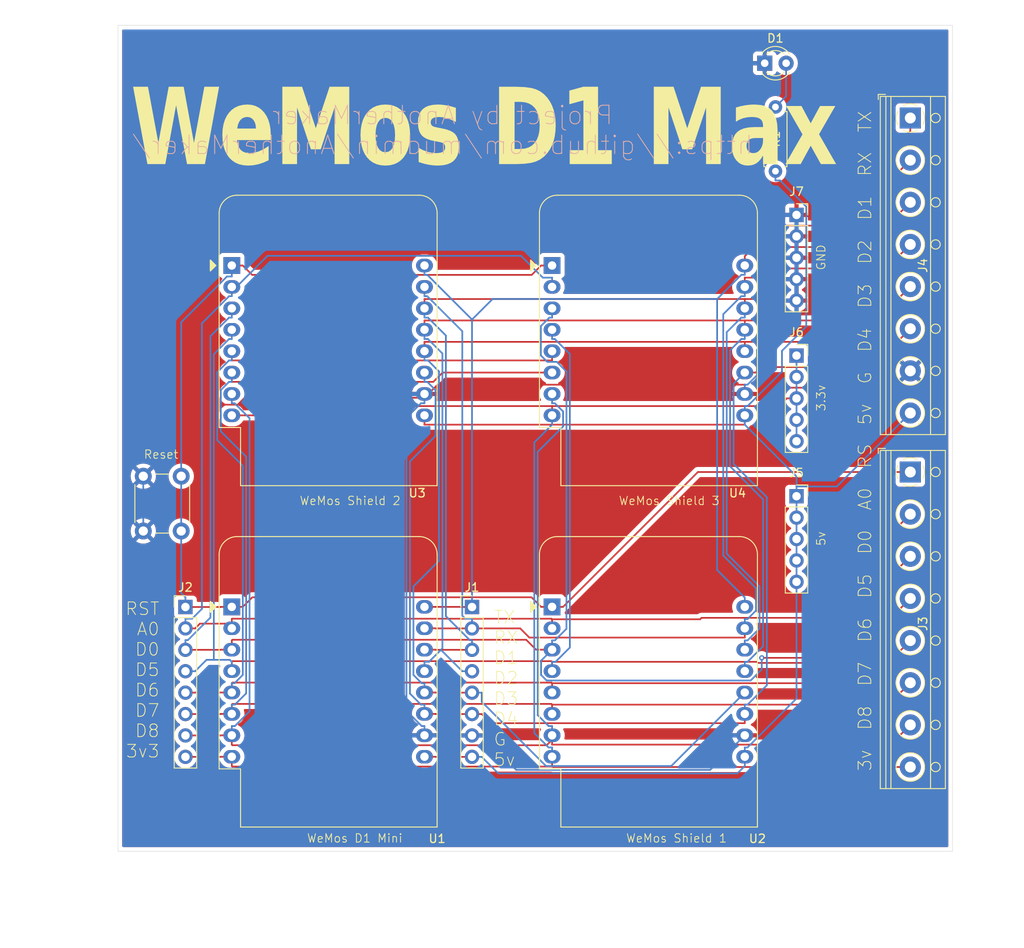
<source format=kicad_pcb>
(kicad_pcb (version 20240108) (generator "pcbnew") (generator_version "8.0")
  (layers (0 "F.Cu" signal) (31 "B.Cu" signal) (34 "B.Paste" user) (35 "F.Paste" user) (36 "B.SilkS" user "B.Silkscreen") (37 "F.SilkS" user "F.Silkscreen") (38 "B.Mask" user) (39 "F.Mask" user) (44 "Edge.Cuts" user))
  (net 0 "")
  (net 1 "GND")
  (net 2 "Net-(D1-A)")
  (net 3 "Net-(J1-Pin_3)")
  (net 4 "Net-(J1-Pin_4)")
  (net 5 "Net-(J1-Pin_1)")
  (net 6 "Net-(J1-Pin_5)")
  (net 7 "Net-(J1-Pin_2)")
  (net 8 "Net-(J1-Pin_6)")
  (net 9 "Net-(J1-Pin_8)")
  (net 10 "Net-(J2-Pin_1)")
  (net 11 "Net-(J2-Pin_3)")
  (net 12 "Net-(J2-Pin_2)")
  (net 13 "Net-(J2-Pin_5)")
  (net 14 "Net-(J2-Pin_7)")
  (net 15 "Net-(J2-Pin_6)")
  (net 16 "Net-(J2-Pin_8)")
  (net 17 "Net-(J2-Pin_4)")
  (footprint "Button_Switch_THT:SW_PUSH_6mm_H5mm" (layer "F.Cu") (at 83 85.5 90)
    (property "Reference" "SW1" (hide yes))
    (property "Value" "SW_Push")
  )
  (footprint "Module:WEMOS_D1_mini_light" (layer "F.Cu") (at 131.5 54)
    (property "Reference" "U4")
    (property "Value" "WeMos_D1_mini")
  )
  (footprint "Connector_PinHeader_2.54mm:PinHeader_1x08_P2.54mm_Vertical" (layer "F.Cu") (at 88 94.515)
    (property "Reference" "J2")
    (property "Value" "Conn_01x08_Pin - L")
  )
  (footprint "Resistor_THT:R_Axial_DIN0207_L6.3mm_D2.5mm_P7.62mm_Horizontal" (layer "F.Cu") (at 158 35.19 -90)
    (property "Reference" "R1")
    (property "Value" "R")
  )
  (footprint "Connector_PinHeader_2.54mm:PinHeader_1x08_P2.54mm_Vertical" (layer "F.Cu") (at 122 94.515)
    (property "Reference" "J1")
    (property "Value" "Conn_01x08_Pin - R")
  )
  (footprint "Module:WEMOS_D1_mini_light" (layer "F.Cu") (at 93.5 54)
    (property "Reference" "U3")
    (property "Value" "WeMos_D1_mini")
  )
  (footprint "Module:WEMOS_D1_mini_light" (layer "F.Cu") (at 131.5 94.5)
    (property "Reference" "U2")
    (property "Value" "WeMos_D1_mini")
  )
  (footprint "Connector_PinSocket_2.54mm:PinSocket_1x05_P2.54mm_Vertical" (layer "F.Cu") (at 160.5 81.3712)
    (property "Reference" "J5")
    (property "Value" "Conn_01x05_Pin - 5v")
  )
  (footprint "Connector_PinSocket_2.54mm:PinSocket_1x05_P2.54mm_Vertical" (layer "F.Cu") (at 160.5 48)
    (property "Reference" "J7")
    (property "Value" "Conn_01x05_Pin - G")
  )
  (footprint "TerminalBlock_RND:TerminalBlock_RND_205-00018_1x08_P5.00mm_Horizontal" (layer "F.Cu") (at 174 36.5 -90)
    (property "Reference" "J4")
    (property "Value" "Conn_01x08_Pin - R")
  )
  (footprint "Connector_PinSocket_2.54mm:PinSocket_1x05_P2.54mm_Vertical" (layer "F.Cu") (at 160.5 64.6856)
    (property "Reference" "J6")
    (property "Value" "Conn_01x05_Pin - 3.3v")
  )
  (footprint "TerminalBlock_RND:TerminalBlock_RND_205-00018_1x08_P5.00mm_Horizontal" (layer "F.Cu") (at 174 78.5 -90)
    (property "Reference" "J3")
    (property "Value" "Conn_01x08_Pin - L")
  )
  (footprint "LED_THT:LED_D3.0mm" (layer "F.Cu") (at 156.725 30)
    (property "Reference" "D1")
    (property "Value" "LED")
  )
  (footprint "Module:WEMOS_D1_mini_light" (layer "F.Cu") (at 93.5 94.5)
    (property "Reference" "U1")
    (property "Value" "WeMos_D1_mini")
  )
  (gr_rect (start 80 25.5) (end 179 123.5) (stroke (width 0.05)) (fill none) (layer "Edge.Cuts"))
  (gr_text "Project by AnotherMaker\nhttps://github.com/mudmin/AnotherMaker/" (at 118.5 41 0) (layer "B.SilkS") (effects (font (size 2.2 2.2) (thickness 0.1)) (justify bottom mirror)))
  (gr_text "WeMos Shield 2" (at 101.5 82.5 0) (layer "F.SilkS") (effects (font (size 1 1) (thickness 0.1)) (justify left bottom)))
  (gr_text "GND" (at 164 54.62381 90) (layer "F.SilkS") (effects (font (size 1 1) (thickness 0.1)) (justify left bottom)))
  (gr_text "3.3v" (at 164 71.357012 90) (layer "F.SilkS") (effects (font (size 1 1) (thickness 0.1)) (justify left bottom)))
  (gr_text "5v" (at 164 87.328309 90) (layer "F.SilkS") (effects (font (size 1 1) (thickness 0.1)) (justify left bottom)))
  (gr_text "3v  D8  D7  D6  D5  D0  A0  RS" (at 169.5 114.06 90) (layer "F.SilkS") (effects (font (size 1.5 1.5) (thickness 0.1)) (justify left bottom)))
  (gr_text "WeMos D1 Mini" (at 102.36 122.5395 0) (layer "F.SilkS") (effects (font (size 1 1) (thickness 0.1)) (justify left bottom)))
  (gr_text "WeMos D1 Max" (at 81.5 43.5 0) (layer "F.SilkS") (effects (font (size 9 7) (thickness 1.2) (bold yes)) (justify left bottom)))
  (gr_text "\nTX\nRX\nD1\nD2\nD3\nD4\nG\n5v" (at 124.5 113.5 0) (layer "F.SilkS") (effects (font (size 1.5 1.5) (thickness 0.1)) (justify left bottom)))
  (gr_text "5v  G  D4  D3  D2  D1  RX  TX" (at 169.5 73 90) (layer "F.SilkS") (effects (font (size 1.5 1.5) (thickness 0.1)) (justify left bottom)))
  (gr_text "RST\nA0\nD0\nD5\nD6\nD7\nD8\n3v3" (at 85 112.5 0) (layer "F.SilkS") (effects (font (size 1.5 1.5) (thickness 0.1)) (justify right bottom)))
  (gr_text "Reset" (at 83 77 0) (layer "F.SilkS") (effects (font (size 1 1) (thickness 0.1)) (justify left bottom)))
  (gr_text "WeMos Shield 1" (at 140.22 122.5395 0) (layer "F.SilkS") (effects (font (size 1 1) (thickness 0.1)) (justify left bottom)))
  (gr_text "WeMos Shield 3" (at 139.36 82.5 0) (layer "F.SilkS") (effects (font (size 1 1) (thickness 0.1)) (justify left bottom)))
  (segment (start 154.36 69.24) (end 154.36 68.1383) (width 0.2) (layer "F.Cu") (net 1))
  (segment (start 116.36 109.74) (end 117.6617 109.74) (width 0.2) (layer "F.Cu") (net 1))
  (segment (start 172.0044 68.4956) (end 174 66.5) (width 0.2) (layer "F.Cu") (net 1))
  (segment (start 156.4061 68.4956) (end 172.0044 68.4956) (width 0.2) (layer "F.Cu") (net 1))
  (segment (start 117.9117 68.1383) (end 116.36 69.69) (width 0.2) (layer "F.Cu") (net 1))
  (segment (start 155.6617 69.24) (end 156.4061 68.4956) (width 0.2) (layer "F.Cu") (net 1))
  (segment (start 116.36 69.24) (end 116.36 69.69) (width 0.2) (layer "F.Cu") (net 1))
  (segment (start 91.49 70.51) (end 83 79) (width 0.2) (layer "F.Cu") (net 1))
  (segment (start 116.36 69.69) (end 95.022 69.69) (width 0.2) (layer "F.Cu") (net 1))
  (segment (start 117.6767 109.755) (end 122 109.755) (width 0.2) (layer "F.Cu") (net 1))
  (segment (start 154.36 68.1383) (end 117.9117 68.1383) (width 0.2) (layer "F.Cu") (net 1))
  (segment (start 117.6617 109.74) (end 117.6767 109.755) (width 0.2) (layer "F.Cu") (net 1))
  (segment (start 156.725 31.2017) (end 160.5 34.9767) (width 0.2) (layer "F.Cu") (net 1))
  (segment (start 94.202 70.51) (end 91.49 70.51) (width 0.2) (layer "F.Cu") (net 1))
  (segment (start 160.5 34.9767) (end 160.5 48) (width 0.2) (layer "F.Cu") (net 1))
  (segment (start 154.36 69.24) (end 155.6617 69.24) (width 0.2) (layer "F.Cu") (net 1))
  (segment (start 156.725 30) (end 156.725 31.2017) (width 0.2) (layer "F.Cu") (net 1))
  (segment (start 95.022 69.69) (end 94.202 70.51) (width 0.2) (layer "F.Cu") (net 1))
  (segment (start 114.2243 106.8309) (end 116.0317 108.6383) (width 0.2) (layer "B.Cu") (net 1))
  (segment (start 116.36 70.3417) (end 115.9469 70.3417) (width 0.2) (layer "B.Cu") (net 1))
  (segment (start 160.5 58.16) (end 160.5 59.3117) (width 0.2) (layer "B.Cu") (net 1))
  (segment (start 154.36 69.24) (end 154.36 68.1383) (width 0.2) (layer "B.Cu") (net 1))
  (segment (start 123.1517 109.755) (end 127.2385 113.8418) (width 0.2) (layer "B.Cu") (net 1))
  (segment (start 122 109.755) (end 123.1517 109.755) (width 0.2) (layer "B.Cu") (net 1))
  (segment (start 155.7998 67.0268) (end 154.6883 68.1383) (width 0.2) (layer "B.Cu") (net 1))
  (segment (start 160.5 59.3117) (end 155.7998 64.0119) (width 0.2) (layer "B.Cu") (net 1))
  (segment (start 116.36 109.74) (end 116.36 108.6383) (width 0.2) (layer "B.Cu") (net 1))
  (segment (start 115.9469 70.3417) (end 114.2243 72.0643) (width 0.2) (layer "B.Cu") (net 1))
  (segment (start 83 79) (end 83 85.5) (width 0.2) (layer "B.Cu") (net 1))
  (segment (start 114.2243 72.0643) (end 114.2243 106.8309) (width 0.2) (layer "B.Cu") (net 1))
  (segment (start 116.0317 108.6383) (end 116.36 108.6383) (width 0.2) (layer "B.Cu") (net 1))
  (segment (start 155.7998 64.0119) (end 155.7998 67.0268) (width 0.2) (layer "B.Cu") (net 1))
  (segment (start 150.2582 113.8418) (end 154.36 109.74) (width 0.2) (layer "B.Cu") (net 1))
  (segment (start 116.36 69.24) (end 116.36 70.3417) (width 0.2) (layer "B.Cu") (net 1))
  (segment (start 160.5 50.54) (end 160.5 48) (width 0.2) (layer "B.Cu") (net 1))
  (segment (start 154.6883 68.1383) (end 154.36 68.1383) (width 0.2) (layer "B.Cu") (net 1))
  (segment (start 160.5 53.08) (end 160.5 50.54) (width 0.2) (layer "B.Cu") (net 1))
  (segment (start 160.5 55.62) (end 160.5 58.16) (width 0.2) (layer "B.Cu") (net 1))
  (segment (start 127.2385 113.8418) (end 150.2582 113.8418) (width 0.2) (layer "B.Cu") (net 1))
  (segment (start 160.5 55.62) (end 160.5 53.08) (width 0.2) (layer "B.Cu") (net 1))
  (segment (start 159.265 30) (end 159.265 33.925) (width 0.2) (layer "B.Cu") (net 2))
  (segment (start 159.265 33.925) (end 158 35.19) (width 0.2) (layer "B.Cu") (net 2))
  (segment (start 174 46.5) (end 166.15 54.35) (width 0.2) (layer "F.Cu") (net 3))
  (segment (start 166.15 54.35) (end 159.09 54.35) (width 0.2) (layer "F.Cu") (net 3))
  (segment (start 122 99.595) (end 117.6767 99.595) (width 0.2) (layer "F.Cu") (net 3))
  (segment (start 116.36 99.58) (end 117.6617 99.58) (width 0.2) (layer "F.Cu") (net 3))
  (segment (start 155.4617 57.9783) (end 154.36 57.9783) (width 0.2) (layer "F.Cu") (net 3))
  (segment (start 159.09 54.35) (end 155.4617 57.9783) (width 0.2) (layer "F.Cu") (net 3))
  (segment (start 116.36 57.9783) (end 154.36 57.9783) (width 0.2) (layer "F.Cu") (net 3))
  (segment (start 154.36 59.08) (end 154.36 57.9783) (width 0.2) (layer "F.Cu") (net 3))
  (segment (start 117.6767 99.595) (end 117.6617 99.58) (width 0.2) (layer "F.Cu") (net 3))
  (segment (start 116.36 59.08) (end 116.36 57.9783) (width 0.2) (layer "F.Cu") (net 3))
  (segment (start 154.36 99.58) (end 154.36 98.4783) (width 0.2) (layer "B.Cu") (net 3))
  (segment (start 121.7371 98.4433) (end 122 98.4433) (width 0.2) (layer "B.Cu") (net 3))
  (segment (start 118.8991 62.3077) (end 118.8991 95.6053) (width 0.2) (layer "B.Cu") (net 3))
  (segment (start 156.1127 97.0539) (end 154.6883 98.4783) (width 0.2) (layer "B.Cu") (net 3))
  (segment (start 118.8991 95.6053) (end 121.7371 98.4433) (width 0.2) (layer "B.Cu") (net 3))
  (segment (start 153.9469 60.1817) (end 152.2134 61.9152) (width 0.2) (layer "B.Cu") (net 3))
  (segment (start 156.1127 92.0768) (end 156.1127 97.0539) (width 0.2) (layer "B.Cu") (net 3))
  (segment (start 152.2134 61.9152) (end 152.2134 88.1775) (width 0.2) (layer "B.Cu") (net 3))
  (segment (start 116.36 60.1817) (end 116.7731 60.1817) (width 0.2) (layer "B.Cu") (net 3))
  (segment (start 154.6883 98.4783) (end 154.36 98.4783) (width 0.2) (layer "B.Cu") (net 3))
  (segment (start 154.36 59.08) (end 154.36 60.1817) (width 0.2) (layer "B.Cu") (net 3))
  (segment (start 116.7731 60.1817) (end 118.8991 62.3077) (width 0.2) (layer "B.Cu") (net 3))
  (segment (start 154.36 60.1817) (end 153.9469 60.1817) (width 0.2) (layer "B.Cu") (net 3))
  (segment (start 116.36 59.08) (end 116.36 60.1817) (width 0.2) (layer "B.Cu") (net 3))
  (segment (start 122 99.595) (end 122 98.4433) (width 0.2) (layer "B.Cu") (net 3))
  (segment (start 152.2134 88.1775) (end 156.1127 92.0768) (width 0.2) (layer "B.Cu") (net 3))
  (segment (start 154.36 61.62) (end 154.36 60.5183) (width 0.2) (layer "F.Cu") (net 4))
  (segment (start 174 51.5) (end 164.9817 60.5183) (width 0.2) (layer "F.Cu") (net 4))
  (segment (start 116.36 60.5183) (end 154.36 60.5183) (width 0.2) (layer "F.Cu") (net 4))
  (segment (start 116.36 61.62) (end 116.36 60.5183) (width 0.2) (layer "F.Cu") (net 4))
  (segment (start 164.9817 60.5183) (end 154.36 60.5183) (width 0.2) (layer "F.Cu") (net 4))
  (segment (start 116.36 62.7217) (end 116.7731 62.7217) (width 0.2) (layer "B.Cu") (net 4))
  (segment (start 116.36 61.62) (end 116.36 62.7217) (width 0.2) (layer "B.Cu") (net 4))
  (segment (start 118.4892 99.4271) (end 118.3148 99.6015) (width 0.2) (layer "B.Cu") (net 4))
  (segment (start 152.6173 64.0513) (end 153.9469 62.7217) (width 0.2) (layer "B.Cu") (net 4))
  (segment (start 154.6883 101.0183) (end 156.5328 99.1738) (width 0.2) (layer "B.Cu") (net 4))
  (segment (start 120.8483 102.135) (end 118.3148 99.6015) (width 0.2) (layer "B.Cu") (net 4))
  (segment (start 154.36 102.12) (end 154.36 101.0183) (width 0.2) (layer "B.Cu") (net 4))
  (segment (start 116.7731 62.7217) (end 118.4892 64.4378) (width 0.2) (layer "B.Cu") (net 4))
  (segment (start 118.3148 99.6015) (end 116.898 101.0183) (width 0.2) (layer "B.Cu") (net 4))
  (segment (start 156.5328 81.7458) (end 152.6173 77.8303) (width 0.2) (layer "B.Cu") (net 4))
  (segment (start 156.5328 99.1738) (end 156.5328 81.7458) (width 0.2) (layer "B.Cu") (net 4))
  (segment (start 116.36 102.12) (end 116.36 101.0183) (width 0.2) (layer "B.Cu") (net 4))
  (segment (start 116.898 101.0183) (end 116.36 101.0183) (width 0.2) (layer "B.Cu") (net 4))
  (segment (start 154.36 101.0183) (end 154.6883 101.0183) (width 0.2) (layer "B.Cu") (net 4))
  (segment (start 153.9469 62.7217) (end 154.36 62.7217) (width 0.2) (layer "B.Cu") (net 4))
  (segment (start 154.36 61.62) (end 154.36 62.7217) (width 0.2) (layer "B.Cu") (net 4))
  (segment (start 122 102.135) (end 120.8483 102.135) (width 0.2) (layer "B.Cu") (net 4))
  (segment (start 118.4892 64.4378) (end 118.4892 99.4271) (width 0.2) (layer "B.Cu") (net 4))
  (segment (start 152.6173 77.8303) (end 152.6173 64.0513) (width 0.2) (layer "B.Cu") (net 4))
  (segment (start 162.7817 49.27) (end 157.9883 49.27) (width 0.2) (layer "F.Cu") (net 5))
  (segment (start 116.36 94.5) (end 117.6617 94.5) (width 0.2) (layer "F.Cu") (net 5))
  (segment (start 120.8483 94.515) (end 120.8333 94.5) (width 0.2) (layer "F.Cu") (net 5))
  (segment (start 154.36 54) (end 154.36 52.8983) (width 0.2) (layer "F.Cu") (net 5))
  (segment (start 157.9883 49.27) (end 154.36 52.8983) (width 0.2) (layer "F.Cu") (net 5))
  (segment (start 174 38.0517) (end 162.7817 49.27) (width 0.2) (layer "F.Cu") (net 5))
  (segment (start 120.8333 94.5) (end 117.6617 94.5) (width 0.2) (layer "F.Cu") (net 5))
  (segment (start 174 36.5) (end 174 38.0517) (width 0.2) (layer "F.Cu") (net 5))
  (segment (start 122 94.515) (end 120.8483 94.515) (width 0.2) (layer "F.Cu") (net 5))
  (segment (start 151.0812 90.1195) (end 154.36 93.3983) (width 0.2) (layer "B.Cu") (net 5))
  (segment (start 153.9522 55.1017) (end 151.0812 57.9727) (width 0.2) (layer "B.Cu") (net 5))
  (segment (start 116.6883 55.1017) (end 116.36 55.1017) (width 0.2) (layer "B.Cu") (net 5))
  (segment (start 122 60.4134) (end 116.6883 55.1017) (width 0.2) (layer "B.Cu") (net 5))
  (segment (start 122 94.515) (end 122 60.4134) (width 0.2) (layer "B.Cu") (net 5))
  (segment (start 154.36 55.1017) (end 153.9522 55.1017) (width 0.2) (layer "B.Cu") (net 5))
  (segment (start 151.0812 57.9727) (end 124.4407 57.9727) (width 0.2) (layer "B.Cu") (net 5))
  (segment (start 154.36 54) (end 154.36 55.1017) (width 0.2) (layer "B.Cu") (net 5))
  (segment (start 154.36 94.5) (end 154.36 93.3983) (width 0.2) (layer "B.Cu") (net 5))
  (segment (start 116.36 54) (end 116.36 55.1017) (width 0.2) (layer "B.Cu") (net 5))
  (segment (start 151.0812 57.9727) (end 151.0812 90.1195) (width 0.2) (layer "B.Cu") (net 5))
  (segment (start 124.4407 57.9727) (end 122 60.4134) (width 0.2) (layer "B.Cu") (net 5))
  (segment (start 117.6767 104.675) (end 117.6617 104.66) (width 0.2) (layer "F.Cu") (net 6))
  (segment (start 116.36 63.0583) (end 154.36 63.0583) (width 0.2) (layer "F.Cu") (net 6))
  (segment (start 167.4417 63.0583) (end 154.36 63.0583) (width 0.2) (layer "F.Cu") (net 6))
  (segment (start 116.36 64.16) (end 116.36 63.0583) (width 0.2) (layer "F.Cu") (net 6))
  (segment (start 122 104.675) (end 117.6767 104.675) (width 0.2) (layer "F.Cu") (net 6))
  (segment (start 174 56.5) (end 167.4417 63.0583) (width 0.2) (layer "F.Cu") (net 6))
  (segment (start 154.36 64.16) (end 154.36 63.0583) (width 0.2) (layer "F.Cu") (net 6))
  (segment (start 116.36 104.66) (end 117.6617 104.66) (width 0.2) (layer "F.Cu") (net 6))
  (segment (start 130.7787 113.3817) (end 145.6383 113.3817) (width 0.2) (layer "B.Cu") (net 6))
  (segment (start 116.7731 65.2617) (end 116.36 65.2617) (width 0.2) (layer "B.Cu") (net 6))
  (segment (start 116.36 103.5583) (end 116.0317 103.5583) (width 0.2) (layer "B.Cu") (net 6))
  (segment (start 123.1517 104.675) (end 123.1517 105.7547) (width 0.2) (layer "B.Cu") (net 6))
  (segment (start 115.0497 92.0679) (end 118.081 89.0366) (width 0.2) (layer "B.Cu") (net 6))
  (segment (start 123.1517 105.7547) (end 130.7787 113.3817) (width 0.2) (layer "B.Cu") (net 6))
  (segment (start 118.081 66.5696) (end 116.7731 65.2617) (width 0.2) (layer "B.Cu") (net 6))
  (segment (start 116.0317 103.5583) (end 115.0497 102.5763) (width 0.2) (layer "B.Cu") (net 6))
  (segment (start 116.36 104.66) (end 116.36 103.5583) (width 0.2) (layer "B.Cu") (net 6))
  (segment (start 118.081 89.0366) (end 118.081 66.5696) (width 0.2) (layer "B.Cu") (net 6))
  (segment (start 116.36 64.16) (end 116.36 65.2617) (width 0.2) (layer "B.Cu") (net 6))
  (segment (start 145.6383 113.3817) (end 154.36 104.66) (width 0.2) (layer "B.Cu") (net 6))
  (segment (start 122 104.675) (end 123.1517 104.675) (width 0.2) (layer "B.Cu") (net 6))
  (segment (start 115.0497 102.5763) (end 115.0497 92.0679) (width 0.2) (layer "B.Cu") (net 6))
  (segment (start 117.6617 97.04) (end 117.6767 97.055) (width 0.2) (layer "F.Cu") (net 7))
  (segment (start 122 97.055) (end 127.7175 97.055) (width 0.2) (layer "F.Cu") (net 7))
  (segment (start 155.4617 55.4383) (end 154.36 55.4383) (width 0.2) (layer "F.Cu") (net 7))
  (segment (start 128.8042 98.1417) (end 154.36 98.1417) (width 0.2) (layer "F.Cu") (net 7))
  (segment (start 117.6767 97.055) (end 122 97.055) (width 0.2) (layer "F.Cu") (net 7))
  (segment (start 116.36 97.04) (end 117.6617 97.04) (width 0.2) (layer "F.Cu") (net 7))
  (segment (start 127.7175 97.055) (end 128.8042 98.1417) (width 0.2) (layer "F.Cu") (net 7))
  (segment (start 174 41.5) (end 163.69 51.81) (width 0.2) (layer "F.Cu") (net 7))
  (segment (start 154.36 56.54) (end 154.36 55.4383) (width 0.2) (layer "F.Cu") (net 7))
  (segment (start 163.69 51.81) (end 159.09 51.81) (width 0.2) (layer "F.Cu") (net 7))
  (segment (start 159.09 51.81) (end 155.4617 55.4383) (width 0.2) (layer "F.Cu") (net 7))
  (segment (start 154.36 97.04) (end 154.36 98.1417) (width 0.2) (layer "F.Cu") (net 7))
  (segment (start 151.8094 88.4121) (end 155.6926 92.2953) (width 0.2) (layer "B.Cu") (net 7))
  (segment (start 116.6883 57.6417) (end 116.36 57.6417) (width 0.2) (layer "B.Cu") (net 7))
  (segment (start 122 95.9033) (end 121.2082 95.9033) (width 0.2) (layer "B.Cu") (net 7))
  (segment (start 120.8483 95.5434) (end 120.8483 61.8017) (width 0.2) (layer "B.Cu") (net 7))
  (segment (start 121.2082 95.9033) (end 120.8483 95.5434) (width 0.2) (layer "B.Cu") (net 7))
  (segment (start 122 97.055) (end 122 95.9033) (width 0.2) (layer "B.Cu") (net 7))
  (segment (start 155.6926 94.934) (end 154.6883 95.9383) (width 0.2) (layer "B.Cu") (net 7))
  (segment (start 154.36 57.6417) (end 153.9469 57.6417) (width 0.2) (layer "B.Cu") (net 7))
  (segment (start 154.36 97.04) (end 154.36 95.9383) (width 0.2) (layer "B.Cu") (net 7))
  (segment (start 120.8483 61.8017) (end 116.6883 57.6417) (width 0.2) (layer "B.Cu") (net 7))
  (segment (start 154.6883 95.9383) (end 154.36 95.9383) (width 0.2) (layer "B.Cu") (net 7))
  (segment (start 153.9469 57.6417) (end 151.8094 59.7792) (width 0.2) (layer "B.Cu") (net 7))
  (segment (start 116.36 56.54) (end 116.36 57.6417) (width 0.2) (layer "B.Cu") (net 7))
  (segment (start 151.8094 59.7792) (end 151.8094 88.4121) (width 0.2) (layer "B.Cu") (net 7))
  (segment (start 154.36 56.54) (end 154.36 57.6417) (width 0.2) (layer "B.Cu") (net 7))
  (segment (start 155.6926 92.2953) (end 155.6926 94.934) (width 0.2) (layer "B.Cu") (net 7))
  (segment (start 174 61.5) (end 169.4499 66.0501) (width 0.2) (layer "F.Cu") (net 8))
  (segment (start 117.6617 107.2) (end 117.6767 107.215) (width 0.2) (layer "F.Cu") (net 8))
  (segment (start 154.36 108.3017) (end 124.2384 108.3017) (width 0.2) (layer "F.Cu") (net 8))
  (segment (start 117.6767 107.215) (end 122 107.215) (width 0.2) (layer "F.Cu") (net 8))
  (segment (start 169.4499 66.0501) (end 156.3116 66.0501) (width 0.2) (layer "F.Cu") (net 8))
  (segment (start 154.36 66.7) (end 155.6617 66.7) (width 0.2) (layer "F.Cu") (net 8))
  (segment (start 116.36 107.2) (end 117.6617 107.2) (width 0.2) (layer "F.Cu") (net 8))
  (segment (start 156.3116 66.0501) (end 155.6617 66.7) (width 0.2) (layer "F.Cu") (net 8))
  (segment (start 124.2384 108.3017) (end 123.1517 107.215) (width 0.2) (layer "F.Cu") (net 8))
  (segment (start 122 107.215) (end 123.1517 107.215) (width 0.2) (layer "F.Cu") (net 8))
  (segment (start 154.36 107.2) (end 154.36 108.3017) (width 0.2) (layer "F.Cu") (net 8))
  (segment (start 116.36 107.2) (end 116.36 106.0983) (width 0.2) (layer "B.Cu") (net 8))
  (segment (start 117.6698 68.7832) (end 116.6883 67.8017) (width 0.2) (layer "B.Cu") (net 8))
  (segment (start 114.637 77.2453) (end 117.6698 74.2125) (width 0.2) (layer "B.Cu") (net 8))
  (segment (start 116.36 66.7) (end 116.36 67.8017) (width 0.2) (layer "B.Cu") (net 8))
  (segment (start 156.9763 81.4821) (end 153.0379 77.5437) (width 0.2) (layer "B.Cu") (net 8))
  (segment (start 116.36 106.0983) (end 115.9469 106.0983) (width 0.2) (layer "B.Cu") (net 8))
  (segment (start 153.0379 68.0221) (end 154.36 66.7) (width 0.2) (layer "B.Cu") (net 8))
  (segment (start 116.6883 67.8017) (end 116.36 67.8017) (width 0.2) (layer "B.Cu") (net 8))
  (segment (start 154.36 107.2) (end 154.36 106.0983) (width 0.2) (layer "B.Cu") (net 8))
  (segment (start 117.6698 74.2125) (end 117.6698 68.7832) (width 0.2) (layer "B.Cu") (net 8))
  (segment (start 115.9469 106.0983) (end 114.637 104.7884) (width 0.2) (layer "B.Cu") (net 8))
  (segment (start 154.6883 106.0983) (end 156.9763 103.8103) (width 0.2) (layer "B.Cu") (net 8))
  (segment (start 154.36 106.0983) (end 154.6883 106.0983) (width 0.2) (layer "B.Cu") (net 8))
  (segment (start 114.637 104.7884) (end 114.637 77.2453) (width 0.2) (layer "B.Cu") (net 8))
  (segment (start 156.9763 103.8103) (end 156.9763 81.4821) (width 0.2) (layer "B.Cu") (net 8))
  (segment (start 153.0379 77.5437) (end 153.0379 68.0221) (width 0.2) (layer "B.Cu") (net 8))
  (segment (start 116.36 112.28) (end 117.6617 112.28) (width 0.2) (layer "F.Cu") (net 9))
  (segment (start 154.36 72.8817) (end 116.36 72.8817) (width 0.2) (layer "F.Cu") (net 9))
  (segment (start 117.6767 112.295) (end 122 112.295) (width 0.2) (layer "F.Cu") (net 9))
  (segment (start 117.6617 112.28) (end 117.6767 112.295) (width 0.2) (layer "F.Cu") (net 9))
  (segment (start 116.36 71.78) (end 116.36 72.8817) (width 0.2) (layer "F.Cu") (net 9))
  (segment (start 154.36 71.78) (end 154.36 72.8817) (width 0.2) (layer "F.Cu") (net 9))
  (segment (start 154.36 112.28) (end 154.36 111.1783) (width 0.2) (layer "B.Cu") (net 9))
  (segment (start 158.774 64.1266) (end 158.774 66.5926) (width 0.2) (layer "B.Cu") (net 9))
  (segment (start 158 43.9117) (end 158.5508 43.9117) (width 0.2) (layer "B.Cu") (net 9))
  (segment (start 154.36 112.28) (end 154.36 113.3817) (width 0.2) (layer "B.Cu") (net 9))
  (segment (start 161.6548 47.0157) (end 161.6548 61.2458) (width 0.2) (layer "B.Cu") (net 9))
  (segment (start 161.6548 61.2458) (end 158.774 64.1266) (width 0.2) (layer "B.Cu") (net 9))
  (segment (start 153.4792 114.2625) (end 154.36 113.3817) (width 0.2) (layer "B.Cu") (net 9))
  (segment (start 160.5 79.0217) (end 154.36 72.8817) (width 0.2) (layer "B.Cu") (net 9))
  (segment (start 154.6883 70.6783) (end 154.36 70.6783) (width 0.2) (layer "B.Cu") (net 9))
  (segment (start 154.36 71.78) (end 154.36 72.8817) (width 0.2) (layer "B.Cu") (net 9))
  (segment (start 154.36 71.78) (end 154.36 70.6783) (width 0.2) (layer "B.Cu") (net 9))
  (segment (start 174 71.5) (end 165.2805 80.2195) (width 0.2) (layer "B.Cu") (net 9))
  (segment (start 160.5 83.9112) (end 160.5 81.3712) (width 0.2) (layer "B.Cu") (net 9))
  (segment (start 123.1517 112.295) (end 125.1192 114.2625) (width 0.2) (layer "B.Cu") (net 9))
  (segment (start 160.5 88.9912) (end 160.5 86.4512) (width 0.2) (layer "B.Cu") (net 9))
  (segment (start 158.774 66.5926) (end 154.6883 70.6783) (width 0.2) (layer "B.Cu") (net 9))
  (segment (start 125.1192 114.2625) (end 153.4792 114.2625) (width 0.2) (layer "B.Cu") (net 9))
  (segment (start 160.5 80.2195) (end 160.5 79.0217) (width 0.2) (layer "B.Cu") (net 9))
  (segment (start 158 42.81) (end 158 43.9117) (width 0.2) (layer "B.Cu") (net 9))
  (segment (start 122 112.295) (end 123.1517 112.295) (width 0.2) (layer "B.Cu") (net 9))
  (segment (start 154.6883 111.1783) (end 154.36 111.1783) (width 0.2) (layer "B.Cu") (net 9))
  (segment (start 165.2805 80.2195) (end 160.5 80.2195) (width 0.2) (layer "B.Cu") (net 9))
  (segment (start 160.5 81.3712) (end 160.5 80.2195) (width 0.2) (layer "B.Cu") (net 9))
  (segment (start 160.5 88.9912) (end 160.5 91.5312) (width 0.2) (layer "B.Cu") (net 9))
  (segment (start 158.5508 43.9117) (end 161.6548 47.0157) (width 0.2) (layer "B.Cu") (net 9))
  (segment (start 160.5 91.5312) (end 160.5 105.3666) (width 0.2) (layer "B.Cu") (net 9))
  (segment (start 160.5 86.4512) (end 160.5 83.9112) (width 0.2) (layer "B.Cu") (net 9))
  (segment (start 160.5 105.3666) (end 154.6883 111.1783) (width 0.2) (layer "B.Cu") (net 9))
  (segment (start 92.8492 94.5) (end 93.5 94.5) (width 0.2) (layer "F.Cu") (net 10))
  (segment (start 131.5 54) (end 130.1983 54) (width 0.2) (layer "F.Cu") (net 10))
  (segment (start 92.8492 94.5) (end 92.1983 94.5) (width 0.2) (layer "F.Cu") (net 10))
  (segment (start 129.0871 55.1112) (end 95.9129 55.1112) (width 0.2) (layer "F.Cu") (net 10))
  (segment (start 148.8017 78.5) (end 132.8017 94.5) (width 0.2) (layer "F.Cu") (net 10))
  (segment (start 131.5 94.5) (end 130.1983 94.5) (width 0.2) (layer "F.Cu") (net 10))
  (segment (start 92.1833 94.515) (end 92.1983 94.5) (width 0.2) (layer "F.Cu") (net 10))
  (segment (start 131.5 94.5) (end 132.8017 94.5) (width 0.2) (layer "F.Cu") (net 10))
  (segment (start 129.0616 93.3633) (end 130.1983 94.5) (width 0.2) (layer "F.Cu") (net 10))
  (segment (start 93.5 54) (end 94.8017 54) (width 0.2) (layer "F.Cu") (net 10))
  (segment (start 130.1983 54) (end 129.0871 55.1112) (width 0.2) (layer "F.Cu") (net 10))
  (segment (start 93.5 94.5) (end 94.8017 94.5) (width 0.2) (layer "F.Cu") (net 10))
  (segment (start 95.9384 93.3633) (end 129.0616 93.3633) (width 0.2) (layer "F.Cu") (net 10))
  (segment (start 174 78.5) (end 148.8017 78.5) (width 0.2) (layer "F.Cu") (net 10))
  (segment (start 94.8017 94.5) (end 95.9384 93.3633) (width 0.2) (layer "F.Cu") (net 10))
  (segment (start 88 94.515) (end 92.1833 94.515) (width 0.2) (layer "F.Cu") (net 10))
  (segment (start 95.9129 55.1112) (end 94.8017 54) (width 0.2) (layer "F.Cu") (net 10))
  (segment (start 87.5 79) (end 87.5 60.7322) (width 0.2) (layer "B.Cu") (net 10))
  (segment (start 93.5 54) (end 93.5 55.3017) (width 0.2) (layer "B.Cu") (net 10))
  (segment (start 87.5 85.5) (end 87.5 79) (width 0.2) (layer "B.Cu") (net 10))
  (segment (start 88 94.515) (end 88 93.3633) (width 0.2) (layer "B.Cu") (net 10))
  (segment (start 87.5 60.7322) (end 92.9305 55.3017) (width 0.2) (layer "B.Cu") (net 10))
  (segment (start 92.9305 55.3017) (end 93.5 55.3017) (width 0.2) (layer "B.Cu") (net 10))
  (segment (start 88 93.3633) (end 87.5 92.8633) (width 0.2) (layer "B.Cu") (net 10))
  (segment (start 87.5 92.8633) (end 87.5 85.5) (width 0.2) (layer "B.Cu") (net 10))
  (segment (start 129.6071 99.58) (end 131.5 99.58) (width 0.2) (layer "F.Cu") (net 11))
  (segment (start 93.5 99.58) (end 92.1983 99.58) (width 0.2) (layer "F.Cu") (net 11))
  (segment (start 93.5767 98.4016) (end 128.4287 98.4016) (width 0.2) (layer "F.Cu") (net 11))
  (segment (start 128.4287 98.4016) (end 129.6071 99.58) (width 0.2) (layer "F.Cu") (net 11))
  (segment (start 174 88.5) (end 161.9538 100.5462) (width 0.2) (layer "F.Cu") (net 11))
  (segment (start 161.9538 100.5462) (end 156.3746 100.5462) (width 0.2) (layer "F.Cu") (net 11))
  (segment (start 93.5 98.4783) (end 93.5767 98.4016) (width 0.2) (layer "F.Cu") (net 11))
  (segment (start 92.1833 99.595) (end 92.1983 99.58) (width 0.2) (layer "F.Cu") (net 11))
  (segment (start 88 99.595) (end 92.1833 99.595) (width 0.2) (layer "F.Cu") (net 11))
  (segment (start 93.5 99.58) (end 93.5 98.4783) (width 0.2) (layer "F.Cu") (net 11))
  (via (at 156.3746 100.5462) (size 0.6) (drill 0.3) (layers "F.Cu" "B.Cu") (net 11))
  (segment (start 155.0583 103.2349) (end 130.8518 103.2349) (width 0.2) (layer "B.Cu") (net 11))
  (segment (start 90.9659 95.7653) (end 88.2879 98.4433) (width 0.2) (layer "B.Cu") (net 11))
  (segment (start 88.2879 98.4433) (end 88 98.4433) (width 0.2) (layer "B.Cu") (net 11))
  (segment (start 90.9659 62.3875) (end 90.9659 95.7653) (width 0.2) (layer "B.Cu") (net 11))
  (segment (start 88 99.595) (end 88 98.4433) (width 0.2) (layer "B.Cu") (net 11))
  (segment (start 133.2057 97.1009) (end 133.2057 66.5786) (width 0.2) (layer "B.Cu") (net 11))
  (segment (start 93.1717 60.1817) (end 90.9659 62.3875) (width 0.2) (layer "B.Cu") (net 11))
  (segment (start 131.5 98.4783) (end 131.8283 98.4783) (width 0.2) (layer "B.Cu") (net 11))
  (segment (start 130.9303 65.43) (end 130.169 64.6687) (width 0.2) (layer "B.Cu") (net 11))
  (segment (start 132.0571 65.43) (end 130.9303 65.43) (width 0.2) (layer "B.Cu") (net 11))
  (segment (start 130.196 102.5791) (end 130.196 100.884) (width 0.2) (layer "B.Cu") (net 11))
  (segment (start 130.169 64.6687) (end 130.169 61.1844) (width 0.2) (layer "B.Cu") (net 11))
  (segment (start 133.2057 66.5786) (end 132.0571 65.43) (width 0.2) (layer "B.Cu") (net 11))
  (segment (start 131.5 99.58) (end 131.5 98.4783) (width 0.2) (layer "B.Cu") (net 11))
  (segment (start 131.1717 60.1817) (end 131.5 60.1817) (width 0.2) (layer "B.Cu") (net 11))
  (segment (start 131.5 59.08) (end 131.5 60.1817) (width 0.2) (layer "B.Cu") (net 11))
  (segment (start 130.196 100.884) (end 131.5 99.58) (width 0.2) (layer "B.Cu") (net 11))
  (segment (start 156.3746 101.9186) (end 155.0583 103.2349) (width 0.2) (layer "B.Cu") (net 11))
  (segment (start 93.5 59.08) (end 93.5 60.1817) (width 0.2) (layer "B.Cu") (net 11))
  (segment (start 130.169 61.1844) (end 131.1717 60.1817) (width 0.2) (layer "B.Cu") (net 11))
  (segment (start 131.8283 98.4783) (end 133.2057 97.1009) (width 0.2) (layer "B.Cu") (net 11))
  (segment (start 130.8518 103.2349) (end 130.196 102.5791) (width 0.2) (layer "B.Cu") (net 11))
  (segment (start 93.5 60.1817) (end 93.1717 60.1817) (width 0.2) (layer "B.Cu") (net 11))
  (segment (start 156.3746 100.5462) (end 156.3746 101.9186) (width 0.2) (layer "B.Cu") (net 11))
  (segment (start 131.5 96.0972) (end 131.5 96.0559) (width 0.2) (layer "F.Cu") (net 12))
  (segment (start 161.6998 95.8002) (end 149.2296 95.8002) (width 0.2) (layer "F.Cu") (net 12))
  (segment (start 88 97.055) (end 89.1517 97.055) (width 0.2) (layer "F.Cu") (net 12))
  (segment (start 93.5356 95.9027) (end 131.4292 95.9027) (width 0.2) (layer "F.Cu") (net 12))
  (segment (start 93.5 96.4891) (end 93.5 95.9383) (width 0.2) (layer "F.Cu") (net 12))
  (segment (start 131.5 97.04) (end 131.5 96.0972) (width 0.2) (layer "F.Cu") (net 12))
  (segment (start 93.5 95.9383) (end 93.5356 95.9027) (width 0.2) (layer "F.Cu") (net 12))
  (segment (start 149.2296 95.8002) (end 149.0563 95.9735) (width 0.2) (layer "F.Cu") (net 12))
  (segment (start 131.5 96.0559) (end 131.5 95.9735) (width 0.2) (layer "F.Cu") (net 12))
  (segment (start 93.5 96.4891) (end 89.7176 96.4891) (width 0.2) (layer "F.Cu") (net 12))
  (segment (start 149.0563 95.9735) (end 131.5 95.9735) (width 0.2) (layer "F.Cu") (net 12))
  (segment (start 131.4292 95.9027) (end 131.5 95.9735) (width 0.2) (layer "F.Cu") (net 12))
  (segment (start 93.5 97.04) (end 93.5 96.4891) (width 0.2) (layer "F.Cu") (net 12))
  (segment (start 174 83.5) (end 161.6998 95.8002) (width 0.2) (layer "F.Cu") (net 12))
  (segment (start 89.7176 96.4891) (end 89.1517 97.055) (width 0.2) (layer "F.Cu") (net 12))
  (segment (start 127.8099 52.8499) (end 130.3983 55.4383) (width 0.2) (layer "B.Cu") (net 12))
  (segment (start 93.5 57.0908) (end 93.5 57.6417) (width 0.2) (layer "B.Cu") (net 12))
  (segment (start 93.5 57.0908) (end 97.7409 52.8499) (width 0.2) (layer "B.Cu") (net 12))
  (segment (start 93.5 56.54) (end 93.5 57.0908) (width 0.2) (layer "B.Cu") (net 12))
  (segment (start 131.5 56.54) (end 131.5 55.4383) (width 0.2) (layer "B.Cu") (net 12))
  (segment (start 93.1757 57.6417) (end 93.5 57.6417) (width 0.2) (layer "B.Cu") (net 12))
  (segment (start 88.7918 95.9033) (end 89.9549 94.7402) (width 0.2) (layer "B.Cu") (net 12))
  (segment (start 89.9549 60.8625) (end 93.1757 57.6417) (width 0.2) (layer "B.Cu") (net 12))
  (segment (start 88 97.055) (end 88 95.9033) (width 0.2) (layer "B.Cu") (net 12))
  (segment (start 88 95.9033) (end 88.7918 95.9033) (width 0.2) (layer "B.Cu") (net 12))
  (segment (start 89.9549 94.7402) (end 89.9549 60.8625) (width 0.2) (layer "B.Cu") (net 12))
  (segment (start 97.7409 52.8499) (end 127.8099 52.8499) (width 0.2) (layer "B.Cu") (net 12))
  (segment (start 130.3983 55.4383) (end 131.5 55.4383) (width 0.2) (layer "B.Cu") (net 12))
  (segment (start 168.9417 103.5583) (end 131.5 103.5583) (width 0.2) (layer "F.Cu") (net 13))
  (segment (start 93.5767 103.4816) (end 131.4233 103.4816) (width 0.2) (layer "F.Cu") (net 13))
  (segment (start 89.1517 104.675) (end 89.1667 104.66) (width 0.2) (layer "F.Cu") (net 13))
  (segment (start 131.5 64.16) (end 131.5 65.2617) (width 0.2) (layer "F.Cu") (net 13))
  (segment (start 131.4233 103.4816) (end 131.5 103.5583) (width 0.2) (layer "F.Cu") (net 13))
  (segment (start 131.5 65.2617) (end 93.5 65.2617) (width 0.2) (layer "F.Cu") (net 13))
  (segment (start 174 98.5) (end 168.9417 103.5583) (width 0.2) (layer "F.Cu") (net 13))
  (segment (start 131.5 104.66) (end 131.5 103.5583) (width 0.2) (layer "F.Cu") (net 13))
  (segment (start 89.1667 104.66) (end 93.5 104.66) (width 0.2) (layer "F.Cu") (net 13))
  (segment (start 93.5 64.16) (end 93.5 65.2617) (width 0.2) (layer "F.Cu") (net 13))
  (segment (start 93.5 103.5583) (end 93.5767 103.4816) (width 0.2) (layer "F.Cu") (net 13))
  (segment (start 88 104.675) (end 89.1517 104.675) (width 0.2) (layer "F.Cu") (net 13))
  (segment (start 93.5 104.66) (end 93.5 103.5583) (width 0.2) (layer "F.Cu") (net 13))
  (segment (start 91.7693 74.7203) (end 91.7693 66.6641) (width 0.2) (layer "B.Cu") (net 13))
  (segment (start 94.8026 102.5781) (end 94.8026 77.7536) (width 0.2) (layer "B.Cu") (net 13))
  (segment (start 93.5 104.66) (end 93.5 103.5583) (width 0.2) (layer "B.Cu") (net 13))
  (segment (start 94.8026 77.7536) (end 91.7693 74.7203) (width 0.2) (layer "B.Cu") (net 13))
  (segment (start 91.7693 66.6641) (end 93.1717 65.2617) (width 0.2) (layer "B.Cu") (net 13))
  (segment (start 93.5 64.16) (end 93.5 65.2617) (width 0.2) (layer "B.Cu") (net 13))
  (segment (start 93.5 103.5583) (end 93.8224 103.5583) (width 0.2) (layer "B.Cu") (net 13))
  (segment (start 93.1717 65.2617) (end 93.5 65.2617) (width 0.2) (layer "B.Cu") (net 13))
  (segment (start 93.8224 103.5583) (end 94.8026 102.5781) (width 0.2) (layer "B.Cu") (net 13))
  (segment (start 130.8557 110.9179) (end 93.5762 110.9179) (width 0.2) (layer "F.Cu") (net 14))
  (segment (start 88 109.755) (end 92.1833 109.755) (width 0.2) (layer "F.Cu") (net 14))
  (segment (start 131.5 110.2736) (end 130.8557 110.9179) (width 0.2) (layer "F.Cu") (net 14))
  (segment (start 171.6583 110.8417) (end 174 108.5) (width 0.2) (layer "F.Cu") (net 14))
  (segment (start 93.5 109.74) (end 92.1983 109.74) (width 0.2) (layer "F.Cu") (net 14))
  (segment (start 93.5 109.74) (end 93.5 110.8417) (width 0.2) (layer "F.Cu") (net 14))
  (segment (start 131.5 109.74) (end 131.5 110.2736) (width 0.2) (layer "F.Cu") (net 14))
  (segment (start 131.5 110.8417) (end 171.6583 110.8417) (width 0.2) (layer "F.Cu") (net 14))
  (segment (start 93.5762 110.9179) (end 93.5 110.8417) (width 0.2) (layer "F.Cu") (net 14))
  (segment (start 131.5 110.2736) (end 131.5 110.8417) (width 0.2) (layer "F.Cu") (net 14))
  (segment (start 92.1833 109.755) (end 92.1983 109.74) (width 0.2) (layer "F.Cu") (net 14))
  (segment (start 93.5 109.74) (end 93.5 108.6383) (width 0.2) (layer "B.Cu") (net 14))
  (segment (start 131.0869 108.6383) (end 131.5 108.6383) (width 0.2) (layer "B.Cu") (net 14))
  (segment (start 131.5 109.74) (end 131.5 108.6383) (width 0.2) (layer "B.Cu") (net 14))
  (segment (start 131.5 69.24) (end 131.5 70.3417) (width 0.2) (layer "B.Cu") (net 14))
  (segment (start 93.5 69.24) (end 93.5 70.3417) (width 0.2) (layer "B.Cu") (net 14))
  (segment (start 132.804 73.0967) (end 129.7905 76.1102) (width 0.2) (layer "B.Cu") (net 14))
  (segment (start 95.606 72.1194) (end 93.8283 70.3417) (width 0.2) (layer "B.Cu") (net 14))
  (segment (start 131.8283 70.3417) (end 132.804 71.3174) (width 0.2) (layer "B.Cu") (net 14))
  (segment (start 131.5 70.3417) (end 131.8283 70.3417) (width 0.2) (layer "B.Cu") (net 14))
  (segment (start 95.606 106.9002) (end 95.606 72.1194) (width 0.2) (layer "B.Cu") (net 14))
  (segment (start 93.8679 108.6383) (end 95.606 106.9002) (width 0.2) (layer "B.Cu") (net 14))
  (segment (start 129.7905 107.3419) (end 131.0869 108.6383) (width 0.2) (layer "B.Cu") (net 14))
  (segment (start 129.7905 76.1102) (end 129.7905 107.3419) (width 0.2) (layer "B.Cu") (net 14))
  (segment (start 93.8283 70.3417) (end 93.5 70.3417) (width 0.2) (layer "B.Cu") (net 14))
  (segment (start 93.5 108.6383) (end 93.8679 108.6383) (width 0.2) (layer "B.Cu") (net 14))
  (segment (start 132.804 71.3174) (end 132.804 73.0967) (width 0.2) (layer "B.Cu") (net 14))
  (segment (start 93.5 107.2) (end 93.5 106.0983) (width 0.2) (layer "F.Cu") (net 15))
  (segment (start 131.5 107.2) (end 131.5 106.1816) (width 0.2) (layer "F.Cu") (net 15))
  (segment (start 93.5 66.7) (end 93.5 67.8017) (width 0.2) (layer "F.Cu") (net 15))
  (segment (start 131.5 106.1816) (end 131.5 106.0983) (width 0.2) (layer "F.Cu") (net 15))
  (segment (start 93.5 67.8017) (end 117.4102 67.8017) (width 0.2) (layer "F.Cu") (net 15))
  (segment (start 131.5 106.0983) (end 131.4158 106.0141) (width 0.2) (layer "F.Cu") (net 15))
  (segment (start 117.4102 67.8017) (end 118.5119 66.7) (width 0.2) (layer "F.Cu") (net 15))
  (segment (start 174 103.5) (end 171.4017 106.0983) (width 0.2) (layer "F.Cu") (net 15))
  (segment (start 93.5842 106.0141) (end 93.5 106.0983) (width 0.2) (layer "F.Cu") (net 15))
  (segment (start 131.4158 106.0141) (end 93.5842 106.0141) (width 0.2) (layer "F.Cu") (net 15))
  (segment (start 92.1833 107.215) (end 92.1983 107.2) (width 0.2) (layer "F.Cu") (net 15))
  (segment (start 88 107.215) (end 92.1833 107.215) (width 0.2) (layer "F.Cu") (net 15))
  (segment (start 171.4017 106.0983) (end 131.5 106.0983) (width 0.2) (layer "F.Cu") (net 15))
  (segment (start 118.5119 66.7) (end 131.5 66.7) (width 0.2) (layer "F.Cu") (net 15))
  (segment (start 93.5 107.2) (end 92.1983 107.2) (width 0.2) (layer "F.Cu") (net 15))
  (segment (start 92.1971 68.7763) (end 93.1717 67.8017) (width 0.2) (layer "B.Cu") (net 15))
  (segment (start 93.5 107.2) (end 93.5 106.0983) (width 0.2) (layer "B.Cu") (net 15))
  (segment (start 95.2043 76.6848) (end 92.1971 73.6776) (width 0.2) (layer "B.Cu") (net 15))
  (segment (start 93.1717 67.8017) (end 93.5 67.8017) (width 0.2) (layer "B.Cu") (net 15))
  (segment (start 93.5 66.7) (end 93.5 67.8017) (width 0.2) (layer "B.Cu") (net 15))
  (segment (start 95.2043 104.7619) (end 95.2043 76.6848) (width 0.2) (layer "B.Cu") (net 15))
  (segment (start 92.1971 73.6776) (end 92.1971 68.7763) (width 0.2) (layer "B.Cu") (net 15))
  (segment (start 93.8679 106.0983) (end 95.2043 104.7619) (width 0.2) (layer "B.Cu") (net 15))
  (segment (start 93.5 106.0983) (end 93.8679 106.0983) (width 0.2) (layer "B.Cu") (net 15))
  (segment (start 131.5 70.6783) (end 115.2917 70.6783) (width 0.2) (layer "F.Cu") (net 16))
  (segment (start 114.19 71.78) (end 93.5 71.78) (width 0.2) (layer "F.Cu") (net 16))
  (segment (start 131.5 112.28) (end 131.5 113.3817) (width 0.2) (layer "F.Cu") (net 16))
  (segment (start 88 112.295) (end 92.1833 112.295) (width 0.2) (layer "F.Cu") (net 16))
  (segment (start 131.435 113.4467) (end 93.565 113.4467) (width 0.2) (layer "F.Cu") (net 16))
  (segment (start 93.565 113.4467) (end 93.5 113.3817) (width 0.2) (layer "F.Cu") (net 16))
  (segment (start 160.5 69.7656) (end 159.3483 69.7656) (width 0.2) (layer "F.Cu") (net 16))
  (segment (start 131.5 113.3817) (end 131.435 113.4467) (width 0.2) (layer "F.Cu") (net 16))
  (segment (start 92.1833 112.295) (end 92.1983 112.28) (width 0.2) (layer "F.Cu") (net 16))
  (segment (start 131.5 113.3817) (end 131.6183 113.5) (width 0.2) (layer "F.Cu") (net 16))
  (segment (start 93.5 112.28) (end 93.5 113.3817) (width 0.2) (layer "F.Cu") (net 16))
  (segment (start 159.3483 69.7656) (end 158.4356 70.6783) (width 0.2) (layer "F.Cu") (net 16))
  (segment (start 158.4356 70.6783) (end 131.5 70.6783) (width 0.2) (layer "F.Cu") (net 16))
  (segment (start 131.6183 113.5) (end 174 113.5) (width 0.2) (layer "F.Cu") (net 16))
  (segment (start 131.5 71.78) (end 131.5 70.6941) (width 0.2) (layer "F.Cu") (net 16))
  (segment (start 115.2917 70.6783) (end 114.19 71.78) (width 0.2) (layer "F.Cu") (net 16))
  (segment (start 93.5 112.28) (end 92.1983 112.28) (width 0.2) (layer "F.Cu") (net 16))
  (segment (start 131.5 70.6941) (end 131.5 70.6783) (width 0.2) (layer "F.Cu") (net 16))
  (segment (start 160.5 72.3056) (end 160.5 69.7656) (width 0.2) (layer "B.Cu") (net 16))
  (segment (start 160.5 74.8456) (end 160.5 72.3056) (width 0.2) (layer "B.Cu") (net 16))
  (segment (start 160.5 67.2256) (end 160.5 64.6856) (width 0.2) (layer "B.Cu") (net 16))
  (segment (start 129.3888 109.4802) (end 131.0869 111.1783) (width 0.2) (layer "B.Cu") (net 16))
  (segment (start 129.3888 74.9929) (end 129.3888 109.4802) (width 0.2) (layer "B.Cu") (net 16))
  (segment (start 160.5 69.7656) (end 160.5 67.2256) (width 0.2) (layer "B.Cu") (net 16))
  (segment (start 131.5 72.8817) (end 129.3888 74.9929) (width 0.2) (layer "B.Cu") (net 16))
  (segment (start 131.5 112.28) (end 131.5 111.1783) (width 0.2) (layer "B.Cu") (net 16))
  (segment (start 131.0869 111.1783) (end 131.5 111.1783) (width 0.2) (layer "B.Cu") (net 16))
  (segment (start 131.5 71.78) (end 131.5 72.8817) (width 0.2) (layer "B.Cu") (net 16))
  (segment (start 131.5 102.12) (end 131.5 101.0183) (width 0.2) (layer "F.Cu") (net 17))
  (segment (start 131.5 101.0183) (end 155.7868 101.0183) (width 0.2) (layer "F.Cu") (net 17))
  (segment (start 93.5 101.0183) (end 93.5767 100.9416) (width 0.2) (layer "F.Cu") (net 17))
  (segment (start 155.9164 101.1479) (end 166.3521 101.1479) (width 0.2) (layer "F.Cu") (net 17))
  (segment (start 166.3521 101.1479) (end 174 93.5) (width 0.2) (layer "F.Cu") (net 17))
  (segment (start 131.4233 100.9416) (end 131.5 101.0183) (width 0.2) (layer "F.Cu") (net 17))
  (segment (start 93.5 102.12) (end 93.5 101.0183) (width 0.2) (layer "F.Cu") (net 17))
  (segment (start 93.5767 100.9416) (end 131.4233 100.9416) (width 0.2) (layer "F.Cu") (net 17))
  (segment (start 155.7868 101.0183) (end 155.9164 101.1479) (width 0.2) (layer "F.Cu") (net 17))
  (segment (start 93.2633 100.7816) (end 91.3676 100.7816) (width 0.2) (layer "B.Cu") (net 17))
  (segment (start 91.3676 100.7816) (end 90.5051 100.7816) (width 0.2) (layer "B.Cu") (net 17))
  (segment (start 93.5 62.7217) (end 93.1717 62.7217) (width 0.2) (layer "B.Cu") (net 17))
  (segment (start 91.3676 64.5258) (end 91.3676 100.7816) (width 0.2) (layer "B.Cu") (net 17))
  (segment (start 93.5 61.62) (end 93.5 62.7217) (width 0.2) (layer "B.Cu") (net 17))
  (segment (start 88 102.135) (end 89.1517 102.135) (width 0.2) (layer "B.Cu") (net 17))
  (segment (start 131.5 101.0183) (end 131.9103 101.0183) (width 0.2) (layer "B.Cu") (net 17))
  (segment (start 93.1717 62.7217) (end 91.3676 64.5258) (width 0.2) (layer "B.Cu") (net 17))
  (segment (start 93.5 102.12) (end 93.5 101.0183) (width 0.2) (layer "B.Cu") (net 17))
  (segment (start 90.5051 100.7816) (end 89.1517 102.135) (width 0.2) (layer "B.Cu") (net 17))
  (segment (start 93.5 101.0183) (end 93.2633 100.7816) (width 0.2) (layer "B.Cu") (net 17))
  (segment (start 131.8283 62.7217) (end 131.5 62.7217) (width 0.2) (layer "B.Cu") (net 17))
  (segment (start 131.5 102.12) (end 131.5 101.0183) (width 0.2) (layer "B.Cu") (net 17))
  (segment (start 133.6074 64.5008) (end 131.8283 62.7217) (width 0.2) (layer "B.Cu") (net 17))
  (segment (start 133.6074 99.3212) (end 133.6074 64.5008) (width 0.2) (layer "B.Cu") (net 17))
  (segment (start 131.5 61.62) (end 131.5 62.7217) (width 0.2) (layer "B.Cu") (net 17))
  (segment (start 131.9103 101.0183) (end 133.6074 99.3212) (width 0.2) (layer "B.Cu") (net 17))
  (zone (net 1) (net_name "GND") (layers "F&B.Cu") (connect_pads (clearance 0.5)) (min_thickness 0.25) (fill yes (thermal_gap 0.5) (thermal_bridge_width 0.5))
    (polygon (pts (xy 76 22.5) (xy 183.5 22.5) (xy 187.5 135) (xy 66 131)))
  )
)
</source>
